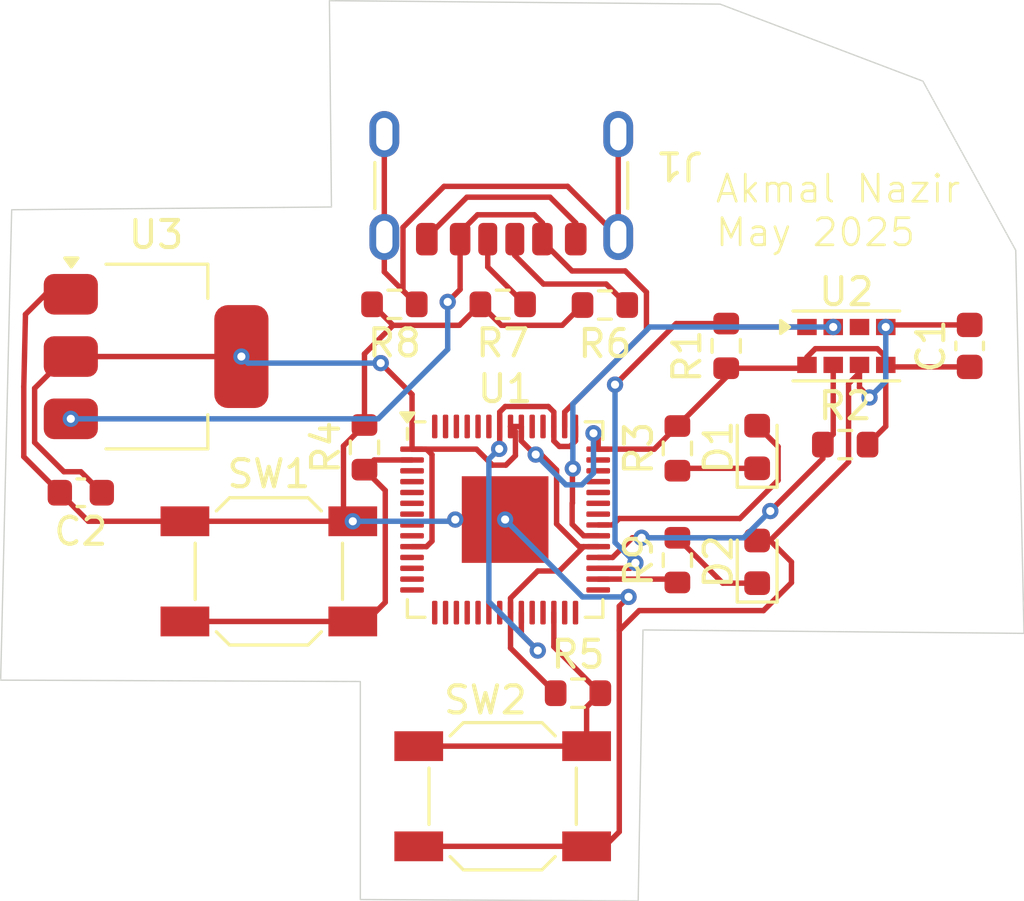
<source format=kicad_pcb>
(kicad_pcb (version 20240108) (generator "pcbnew") (generator_version "8.0")
  (layers (0 "F.Cu" signal) (31 "B.Cu" signal) (34 "B.Paste" user) (35 "F.Paste" user) (36 "B.SilkS" user "B.Silkscreen") (37 "F.SilkS" user "F.Silkscreen") (38 "B.Mask" user) (39 "F.Mask" user) (44 "Edge.Cuts" user))
  (net 0 "")
  (net 1 "GND")
  (net 2 "/+3.3V")
  (net 3 "/LED_STATUS")
  (net 4 "Net-(D1-K)")
  (net 5 "Net-(D2-K)")
  (net 6 "/SHIELD")
  (net 7 "/A12")
  (net 8 "/CC1")
  (net 9 "VBUS")
  (net 10 "/CC2")
  (net 11 "/I2C_SDA")
  (net 12 "/I2C_SCL")
  (net 13 "/BOOTSEL")
  (net 14 "/RUN")
  (net 15 "/IR_OUT")
  (net 23 "/GESTURE_INT")
  (net 39 "/+1.1V")
  (footprint "Resistor_SMD:R_0603_1608Metric" (layer "F.Cu") (at 61.0362 45.1744)
    (property "Reference" "R2" (at 0 -1.43 0) (layer "F.SilkS"))
    (property "Value" "10kΩ" (hide yes))
    (fp_line (start -0.237258 -0.5225) (end 0.237258 -0.5225) (stroke (width 0.12)) (layer "F.SilkS"))
    (fp_line (start -0.237258 0.5225) (end 0.237258 0.5225) (stroke (width 0.12)) (layer "F.SilkS"))
    (pad "1" smd roundrect (at -0.825 0) (size 0.8 0.95) (layers "F.Cu" "F.Paste" "F.Mask") (net 12 "/I2C_SCL"))
    (pad "2" smd roundrect (at 0.825 0) (size 0.8 0.95) (layers "F.Cu" "F.Paste" "F.Mask") (net 2 "/+3.3V"))
  )
  (footprint "Resistor_SMD:R_0603_1608Metric" (layer "F.Cu") (at 56.642 41.529 -90)
    (property "Reference" "R1" (at 0.381 1.4478 90) (layer "F.SilkS"))
    (property "Value" "10kΩ" (hide yes))
    (fp_line (start -0.237258 0.5225) (end 0.237258 0.5225) (stroke (width 0.12)) (layer "F.SilkS"))
    (fp_line (start -0.237258 -0.5225) (end 0.237258 -0.5225) (stroke (width 0.12)) (layer "F.SilkS"))
    (pad "1" smd roundrect (at -0.825 0 270) (size 0.8 0.95) (layers "F.Cu" "F.Paste" "F.Mask") (net 11 "/I2C_SDA"))
    (pad "2" smd roundrect (at 0.825 0 270) (size 0.8 0.95) (layers "F.Cu" "F.Paste" "F.Mask") (net 2 "/+3.3V"))
  )
  (footprint "Capacitor_SMD:C_0603_1608Metric" (layer "F.Cu") (at 65.6336 41.5292 90)
    (property "Reference" "C1" (at 0 -1.43 90) (layer "F.SilkS"))
    (property "Value" "0.1uF" (hide yes))
    (fp_line (start -0.14058 -0.51) (end 0.14058 -0.51) (stroke (width 0.12)) (layer "F.SilkS"))
    (fp_line (start -0.14058 0.51) (end 0.14058 0.51) (stroke (width 0.12)) (layer "F.SilkS"))
    (pad "1" smd roundrect (at -0.775 0 90) (size 0.9 0.95) (layers "F.Cu" "F.Paste" "F.Mask") (net 2 "/+3.3V"))
    (pad "2" smd roundrect (at 0.775 0 90) (size 0.9 0.95) (layers "F.Cu" "F.Paste" "F.Mask") (net 1 "GND"))
  )
  (footprint "Resistor_SMD:R_0603_1608Metric" (layer "F.Cu") (at 48.3878 39.9936 180)
    (property "Reference" "R7" (at 0 -1.43 360) (layer "F.SilkS"))
    (property "Value" "5.1kΩ" (hide yes))
    (fp_line (start -0.237258 0.5225) (end 0.237258 0.5225) (stroke (width 0.12)) (layer "F.SilkS"))
    (fp_line (start -0.237258 -0.5225) (end 0.237258 -0.5225) (stroke (width 0.12)) (layer "F.SilkS"))
    (pad "1" smd roundrect (at -0.825 0 180) (size 0.8 0.95) (layers "F.Cu" "F.Paste" "F.Mask") (net 10 "/CC2"))
    (pad "2" smd roundrect (at 0.825 0 180) (size 0.8 0.95) (layers "F.Cu" "F.Paste" "F.Mask") (net 1 "GND"))
  )
  (footprint "Sensor:Avago_APDS-9960" (layer "F.Cu") (at 61.0798 41.531)
    (property "Reference" "U2" (at 0 -2 0) (layer "F.SilkS"))
    (property "Value" "APDS-9960" (hide yes))
    (fp_line (start -1.97 -1.29) (end 1.97 -1.29) (stroke (width 0.12)) (layer "F.SilkS"))
    (fp_line (start -1.97 1.29) (end 1.97 1.29) (stroke (width 0.12)) (layer "F.SilkS"))
    (fp_poly (pts (xy -2.1 -0.7) (xy -2.43 -0.46) (xy -2.43 -0.94) (xy -2.1 -0.7)) (stroke (width 0.12)) (fill solid) (layer "F.SilkS"))
    (pad "1" smd rect (at -1.455 -0.7) (size 0.72 0.6) (layers "F.Cu" "F.Paste" "F.Mask") (net 11 "/I2C_SDA"))
    (pad "2" smd rect (at -0.485 -0.7) (size 0.72 0.6) (layers "F.Cu" "F.Paste" "F.Mask") (net 23 "/GESTURE_INT"))
    (pad "3" smd rect (at 0.485 -0.7) (size 0.72 0.6) (layers "F.Cu" "F.Paste" "F.Mask"))
    (pad "4" smd rect (at 1.455 -0.7) (size 0.72 0.6) (layers "F.Cu" "F.Paste" "F.Mask") (net 1 "GND"))
    (pad "5" smd rect (at 1.455 0.7) (size 0.72 0.6) (layers "F.Cu" "F.Paste" "F.Mask") (net 2 "/+3.3V"))
    (pad "6" smd rect (at 0.485 0.7) (size 0.72 0.6) (layers "F.Cu" "F.Paste" "F.Mask") (net 1 "GND"))
    (pad "7" smd rect (at -0.485 0.7) (size 0.72 0.6) (layers "F.Cu" "F.Paste" "F.Mask") (net 12 "/I2C_SCL"))
    (pad "8" smd rect (at -1.455 0.7) (size 0.72 0.6) (layers "F.Cu" "F.Paste" "F.Mask") (net 2 "/+3.3V"))
  )
  (footprint "Package_TO_SOT_SMD:SOT-223-3_TabPin2" (layer "F.Cu") (at 35.5854 41.9221)
    (property "Reference" "U3" (at 0 -4.5 0) (layer "F.SilkS"))
    (property "Value" "AMS1117-3.3" (hide yes))
    (fp_line (start -1.85 -3.41) (end 1.91 -3.41) (stroke (width 0.12)) (layer "F.SilkS"))
    (fp_line (start -1.85 3.41) (end 1.91 3.41) (stroke (width 0.12)) (layer "F.SilkS"))
    (fp_line (start 1.91 -3.41) (end 1.91 -2.15) (stroke (width 0.12)) (layer "F.SilkS"))
    (fp_line (start 1.91 3.41) (end 1.91 2.15) (stroke (width 0.12)) (layer "F.SilkS"))
    (fp_poly (pts (xy -3.13 -3.31) (xy -3.37 -3.64) (xy -2.89 -3.64) (xy -3.13 -3.31)) (stroke (width 0.12)) (fill solid) (layer "F.SilkS"))
    (pad "1" smd roundrect (at -3.15 -2.3) (size 2 1.5) (layers "F.Cu" "F.Paste" "F.Mask") (net 1 "GND"))
    (pad "2" smd roundrect (at -3.15 0) (size 2 1.5) (layers "F.Cu" "F.Paste" "F.Mask") (net 2 "/+3.3V"))
    (pad "2" smd roundrect (at 3.15 0) (size 2 3.8) (layers "F.Cu" "F.Paste" "F.Mask") (net 2 "/+3.3V"))
    (pad "3" smd roundrect (at -3.15 2.3) (size 2 1.5) (layers "F.Cu" "F.Paste" "F.Mask") (net 9 "VBUS"))
  )
  (footprint "Package_DFN_QFN:QFN-56-1EP_7x7mm_P0.4mm_EP3.2x3.2mm" (layer "F.Cu") (at 48.476 47.9424)
    (property "Reference" "U1" (at 0 -4.83 0) (layer "F.SilkS"))
    (property "Value" "RP2040" (hide yes))
    (fp_line (start -3.61 -2.96) (end -3.61 -3.37) (stroke (width 0.12)) (layer "F.SilkS"))
    (fp_line (start -3.61 3.61) (end -3.61 2.96) (stroke (width 0.12)) (layer "F.SilkS"))
    (fp_line (start -2.96 -3.61) (end -3.31 -3.61) (stroke (width 0.12)) (layer "F.SilkS"))
    (fp_line (start -2.96 3.61) (end -3.61 3.61) (stroke (width 0.12)) (layer "F.SilkS"))
    (fp_line (start 2.96 -3.61) (end 3.61 -3.61) (stroke (width 0.12)) (layer "F.SilkS"))
    (fp_line (start 2.96 3.61) (end 3.61 3.61) (stroke (width 0.12)) (layer "F.SilkS"))
    (fp_line (start 3.61 -3.61) (end 3.61 -2.96) (stroke (width 0.12)) (layer "F.SilkS"))
    (fp_line (start 3.61 3.61) (end 3.61 2.96) (stroke (width 0.12)) (layer "F.SilkS"))
    (fp_poly (pts (xy -3.61 -3.61) (xy -3.85 -3.94) (xy -3.37 -3.94) (xy -3.61 -3.61)) (stroke (width 0.12)) (fill solid) (layer "F.SilkS"))
    (pad "1" smd roundrect (at -3.4375 -2.6) (size 0.875 0.2) (layers "F.Cu" "F.Paste" "F.Mask") (net 2 "/+3.3V"))
    (pad "2" smd roundrect (at -3.4375 -2.2) (size 0.875 0.2) (layers "F.Cu" "F.Paste" "F.Mask") (net 13 "/BOOTSEL"))
    (pad "3" smd roundrect (at -3.4375 -1.8) (size 0.875 0.2) (layers "F.Cu" "F.Paste" "F.Mask"))
    (pad "4" smd roundrect (at -3.4375 -1.4) (size 0.875 0.2) (layers "F.Cu" "F.Paste" "F.Mask"))
    (pad "5" smd roundrect (at -3.4375 -1) (size 0.875 0.2) (layers "F.Cu" "F.Paste" "F.Mask"))
    (pad "6" smd roundrect (at -3.4375 -0.6) (size 0.875 0.2) (layers "F.Cu" "F.Paste" "F.Mask"))
    (pad "7" smd roundrect (at -3.4375 -0.2) (size 0.875 0.2) (layers "F.Cu" "F.Paste" "F.Mask"))
    (pad "8" smd roundrect (at -3.4375 0.2) (size 0.875 0.2) (layers "F.Cu" "F.Paste" "F.Mask"))
    (pad "9" smd roundrect (at -3.4375 0.6) (size 0.875 0.2) (layers "F.Cu" "F.Paste" "F.Mask"))
    (pad "10" smd roundrect (at -3.4375 1) (size 0.875 0.2) (layers "F.Cu" "F.Paste" "F.Mask") (net 2 "/+3.3V"))
    (pad "11" smd roundrect (at -3.4375 1.4) (size 0.875 0.2) (layers "F.Cu" "F.Paste" "F.Mask"))
    (pad "12" smd roundrect (at -3.4375 1.8) (size 0.875 0.2) (layers "F.Cu" "F.Paste" "F.Mask"))
    (pad "13" smd roundrect (at -3.4375 2.2) (size 0.875 0.2) (layers "F.Cu" "F.Paste" "F.Mask"))
    (pad "14" smd roundrect (at -3.4375 2.6) (size 0.875 0.2) (layers "F.Cu" "F.Paste" "F.Mask"))
    (pad "15" smd roundrect (at -2.6 3.4375) (size 0.2 0.875) (layers "F.Cu" "F.Paste" "F.Mask"))
    (pad "16" smd roundrect (at -2.2 3.4375) (size 0.2 0.875) (layers "F.Cu" "F.Paste" "F.Mask"))
    (pad "17" smd roundrect (at -1.8 3.4375) (size 0.2 0.875) (layers "F.Cu" "F.Paste" "F.Mask"))
    (pad "18" smd roundrect (at -1.4 3.4375) (size 0.2 0.875) (layers "F.Cu" "F.Paste" "F.Mask"))
    (pad "19" smd roundrect (at -1 3.4375) (size 0.2 0.875) (layers "F.Cu" "F.Paste" "F.Mask"))
    (pad "20" smd roundrect (at -0.6 3.4375) (size 0.2 0.875) (layers "F.Cu" "F.Paste" "F.Mask"))
    (pad "21" smd roundrect (at -0.2 3.4375) (size 0.2 0.875) (layers "F.Cu" "F.Paste" "F.Mask"))
    (pad "22" smd roundrect (at 0.2 3.4375) (size 0.2 0.875) (layers "F.Cu" "F.Paste" "F.Mask") (net 2 "/+3.3V"))
    (pad "23" smd roundrect (at 0.6 3.4375) (size 0.2 0.875) (layers "F.Cu" "F.Paste" "F.Mask") (net 39 "/+1.1V"))
    (pad "24" smd roundrect (at 1 3.4375) (size 0.2 0.875) (layers "F.Cu" "F.Paste" "F.Mask"))
    (pad "25" smd roundrect (at 1.4 3.4375) (size 0.2 0.875) (layers "F.Cu" "F.Paste" "F.Mask"))
    (pad "26" smd roundrect (at 1.8 3.4375) (size 0.2 0.875) (layers "F.Cu" "F.Paste" "F.Mask") (net 14 "/RUN"))
    (pad "27" smd roundrect (at 2.2 3.4375) (size 0.2 0.875) (layers "F.Cu" "F.Paste" "F.Mask"))
    (pad "28" smd roundrect (at 2.6 3.4375) (size 0.2 0.875) (layers "F.Cu" "F.Paste" "F.Mask"))
    (pad "29" smd roundrect (at 3.4375 2.6) (size 0.875 0.2) (layers "F.Cu" "F.Paste" "F.Mask"))
    (pad "30" smd roundrect (at 3.4375 2.2) (size 0.875 0.2) (layers "F.Cu" "F.Paste" "F.Mask") (net 15 "/IR_OUT"))
    (pad "31" smd roundrect (at 3.4375 1.8) (size 0.875 0.2) (layers "F.Cu" "F.Paste" "F.Mask") (net 11 "/I2C_SDA"))
    (pad "32" smd roundrect (at 3.4375 1.4) (size 0.875 0.2) (layers "F.Cu" "F.Paste" "F.Mask") (net 12 "/I2C_SCL"))
    (pad "33" smd roundrect (at 3.4375 1) (size 0.875 0.2) (layers "F.Cu" "F.Paste" "F.Mask") (net 2 "/+3.3V"))
    (pad "34" smd roundrect (at 3.4375 0.6) (size 0.875 0.2) (layers "F.Cu" "F.Paste" "F.Mask") (net 23 "/GESTURE_INT"))
    (pad "35" smd roundrect (at 3.4375 0.2) (size 0.875 0.2) (layers "F.Cu" "F.Paste" "F.Mask") (net 3 "/LED_STATUS"))
    (pad "36" smd roundrect (at 3.4375 -0.2) (size 0.875 0.2) (layers "F.Cu" "F.Paste" "F.Mask"))
    (pad "37" smd roundrect (at 3.4375 -0.6) (size 0.875 0.2) (layers "F.Cu" "F.Paste" "F.Mask"))
    (pad "38" smd roundrect (at 3.4375 -1) (size 0.875 0.2) (layers "F.Cu" "F.Paste" "F.Mask"))
    (pad "39" smd roundrect (at 3.4375 -1.4) (size 0.875 0.2) (layers "F.Cu" "F.Paste" "F.Mask"))
    (pad "40" smd roundrect (at 3.4375 -1.8) (size 0.875 0.2) (layers "F.Cu" "F.Paste" "F.Mask"))
    (pad "41" smd roundrect (at 3.4375 -2.2) (size 0.875 0.2) (layers "F.Cu" "F.Paste" "F.Mask"))
    (pad "42" smd roundrect (at 3.4375 -2.6) (size 0.875 0.2) (layers "F.Cu" "F.Paste" "F.Mask") (net 2 "/+3.3V"))
    (pad "43" smd roundrect (at 2.6 -3.4375) (size 0.2 0.875) (layers "F.Cu" "F.Paste" "F.Mask") (net 39 "/+1.1V"))
    (pad "44" smd roundrect (at 2.2 -3.4375) (size 0.2 0.875) (layers "F.Cu" "F.Paste" "F.Mask") (net 9 "VBUS"))
    (pad "45" smd roundrect (at 1.8 -3.4375) (size 0.2 0.875) (layers "F.Cu" "F.Paste" "F.Mask") (net 39 "/+1.1V"))
    (pad "46" smd roundrect (at 1.4 -3.4375) (size 0.2 0.875) (layers "F.Cu" "F.Paste" "F.Mask"))
    (pad "47" smd roundrect (at 1 -3.4375) (size 0.2 0.875) (layers "F.Cu" "F.Paste" "F.Mask"))
    (pad "48" smd roundrect (at 0.6 -3.4375) (size 0.2 0.875) (layers "F.Cu" "F.Paste" "F.Mask") (net 2 "/+3.3V"))
    (pad "49" smd roundrect (at 0.2 -3.4375) (size 0.2 0.875) (layers "F.Cu" "F.Paste" "F.Mask") (net 2 "/+3.3V"))
    (pad "50" smd roundrect (at -0.2 -3.4375) (size 0.2 0.875) (layers "F.Cu" "F.Paste" "F.Mask") (net 39 "/+1.1V"))
    (pad "51" smd roundrect (at -0.6 -3.4375) (size 0.2 0.875) (layers "F.Cu" "F.Paste" "F.Mask"))
    (pad "52" smd roundrect (at -1 -3.4375) (size 0.2 0.875) (layers "F.Cu" "F.Paste" "F.Mask"))
    (pad "53" smd roundrect (at -1.4 -3.4375) (size 0.2 0.875) (layers "F.Cu" "F.Paste" "F.Mask"))
    (pad "54" smd roundrect (at -1.8 -3.4375) (size 0.2 0.875) (layers "F.Cu" "F.Paste" "F.Mask"))
    (pad "55" smd roundrect (at -2.2 -3.4375) (size 0.2 0.875) (layers "F.Cu" "F.Paste" "F.Mask"))
    (pad "56" smd roundrect (at -2.6 -3.4375) (size 0.2 0.875) (layers "F.Cu" "F.Paste" "F.Mask"))
    (pad "57" smd rect (at 0 0) (size 3.2 3.2) (property pad_prop_heatsink) (layers "F.Cu" "F.Mask") (net 1 "GND"))
  )
  (footprint "Button_Switch_SMD:SW_SPST_SKQG_WithStem" (layer "F.Cu") (at 39.7498 49.856)
    (property "Reference" "SW1" (at 0 -3.6 0) (layer "F.SilkS"))
    (property "Value" "SW_Push" (hide yes))
    (fp_line (start -2.72 1.04) (end -2.72 -1.04) (stroke (width 0.12)) (layer "F.SilkS"))
    (fp_line (start -1.45 -2.72) (end -1.94 -2.23) (stroke (width 0.12)) (layer "F.SilkS"))
    (fp_line (start -1.45 -2.72) (end 1.45 -2.72) (stroke (width 0.12)) (layer "F.SilkS"))
    (fp_line (start -1.45 2.72) (end -1.94 2.23) (stroke (width 0.12)) (layer "F.SilkS"))
    (fp_line (start -1.45 2.72) (end 1.45 2.72) (stroke (width 0.12)) (layer "F.SilkS"))
    (fp_line (start 1.45 -2.72) (end 1.94 -2.23) (stroke (width 0.12)) (layer "F.SilkS"))
    (fp_line (start 1.45 2.72) (end 1.94 2.23) (stroke (width 0.12)) (layer "F.SilkS"))
    (fp_line (start 2.72 1.04) (end 2.72 -1.04) (stroke (width 0.12)) (layer "F.SilkS"))
    (pad "1" smd rect (at -3.1 -1.85) (size 1.8 1.1) (layers "F.Cu" "F.Paste" "F.Mask") (net 1 "GND"))
    (pad "1" smd rect (at 3.1 -1.85) (size 1.8 1.1) (layers "F.Cu" "F.Paste" "F.Mask") (net 1 "GND"))
    (pad "2" smd rect (at -3.1 1.85) (size 1.8 1.1) (layers "F.Cu" "F.Paste" "F.Mask") (net 13 "/BOOTSEL"))
    (pad "2" smd rect (at 3.1 1.85) (size 1.8 1.1) (layers "F.Cu" "F.Paste" "F.Mask") (net 13 "/BOOTSEL"))
  )
  (footprint "Resistor_SMD:R_0603_1608Metric" (layer "F.Cu") (at 43.2816 45.275 90)
    (property "Reference" "R4" (at 0 -1.43 90) (layer "F.SilkS"))
    (property "Value" "10kΩ" (hide yes))
    (fp_line (start -0.237258 -0.5225) (end 0.237258 -0.5225) (stroke (width 0.12)) (layer "F.SilkS"))
    (fp_line (start -0.237258 0.5225) (end 0.237258 0.5225) (stroke (width 0.12)) (layer "F.SilkS"))
    (pad "1" smd roundrect (at -0.825 0 90) (size 0.8 0.95) (layers "F.Cu" "F.Paste" "F.Mask") (net 13 "/BOOTSEL"))
    (pad "2" smd roundrect (at 0.825 0 90) (size 0.8 0.95) (layers "F.Cu" "F.Paste" "F.Mask") (net 1 "GND"))
  )
  (footprint "Resistor_SMD:R_0603_1608Metric" (layer "F.Cu") (at 54.8386 45.3136 90)
    (property "Reference" "R3" (at 0 -1.43 90) (layer "F.SilkS"))
    (property "Value" "330Ω" (hide yes))
    (fp_line (start -0.237258 -0.5225) (end 0.237258 -0.5225) (stroke (width 0.12)) (layer "F.SilkS"))
    (fp_line (start -0.237258 0.5225) (end 0.237258 0.5225) (stroke (width 0.12)) (layer "F.SilkS"))
    (pad "1" smd roundrect (at -0.825 0 90) (size 0.8 0.95) (layers "F.Cu" "F.Paste" "F.Mask") (net 4 "Net-(D1-K)"))
    (pad "2" smd roundrect (at 0.825 0 90) (size 0.8 0.95) (layers "F.Cu" "F.Paste" "F.Mask") (net 2 "/+3.3V"))
  )
  (footprint "Resistor_SMD:R_0603_1608Metric" (layer "F.Cu") (at 54.8386 49.4416 90)
    (property "Reference" "R9" (at 0 -1.43 90) (layer "F.SilkS"))
    (property "Value" "100Ω" (hide yes))
    (fp_line (start -0.237258 -0.5225) (end 0.237258 -0.5225) (stroke (width 0.12)) (layer "F.SilkS"))
    (fp_line (start -0.237258 0.5225) (end 0.237258 0.5225) (stroke (width 0.12)) (layer "F.SilkS"))
    (pad "1" smd roundrect (at -0.825 0 90) (size 0.8 0.95) (layers "F.Cu" "F.Paste" "F.Mask") (net 15 "/IR_OUT"))
    (pad "2" smd roundrect (at 0.825 0 90) (size 0.8 0.95) (layers "F.Cu" "F.Paste" "F.Mask") (net 5 "Net-(D2-K)"))
  )
  (footprint "Resistor_SMD:R_0603_1608Metric" (layer "F.Cu") (at 52.1602 40.019 180)
    (property "Reference" "R6" (at 0 -1.43 360) (layer "F.SilkS"))
    (property "Value" "5.1kΩ" (hide yes))
    (fp_line (start -0.237258 0.5225) (end 0.237258 0.5225) (stroke (width 0.12)) (layer "F.SilkS"))
    (fp_line (start -0.237258 -0.5225) (end 0.237258 -0.5225) (stroke (width 0.12)) (layer "F.SilkS"))
    (pad "1" smd roundrect (at -0.825 0 180) (size 0.8 0.95) (layers "F.Cu" "F.Paste" "F.Mask") (net 8 "/CC1"))
    (pad "2" smd roundrect (at 0.825 0 180) (size 0.8 0.95) (layers "F.Cu" "F.Paste" "F.Mask") (net 1 "GND"))
  )
  (footprint "Resistor_SMD:R_0603_1608Metric" (layer "F.Cu") (at 44.3868 39.9936 180)
    (property "Reference" "R8" (at 0 -1.43 360) (layer "F.SilkS"))
    (property "Value" "0Ω" (hide yes))
    (fp_line (start -0.237258 0.5225) (end 0.237258 0.5225) (stroke (width 0.12)) (layer "F.SilkS"))
    (fp_line (start -0.237258 -0.5225) (end 0.237258 -0.5225) (stroke (width 0.12)) (layer "F.SilkS"))
    (pad "1" smd roundrect (at -0.825 0 180) (size 0.8 0.95) (layers "F.Cu" "F.Paste" "F.Mask") (net 6 "/SHIELD"))
    (pad "2" smd roundrect (at 0.825 0 180) (size 0.8 0.95) (layers "F.Cu" "F.Paste" "F.Mask") (net 1 "GND"))
  )
  (footprint "Diode_SMD:D_0603_1608Metric" (layer "F.Cu") (at 57.785 49.5045 90)
    (property "Reference" "D2" (at 0 -1.43 90) (layer "F.SilkS"))
    (property "Value" "D" (hide yes))
    (fp_line (start 0.8 -0.735) (end -1.485 -0.735) (stroke (width 0.12)) (layer "F.SilkS"))
    (fp_line (start -1.485 -0.735) (end -1.485 0.735) (stroke (width 0.12)) (layer "F.SilkS"))
    (fp_line (start -1.485 0.735) (end 0.8 0.735) (stroke (width 0.12)) (layer "F.SilkS"))
    (pad "1" smd roundrect (at -0.7875 0 90) (size 0.875 0.95) (layers "F.Cu" "F.Paste" "F.Mask") (net 5 "Net-(D2-K)"))
    (pad "2" smd roundrect (at 0.7875 0 90) (size 0.875 0.95) (layers "F.Cu" "F.Paste" "F.Mask") (net 1 "GND"))
  )
  (footprint "Diode_SMD:D_0603_1608Metric" (layer "F.Cu") (at 57.785 45.2629 90)
    (property "Reference" "D1" (at 0 -1.43 90) (layer "F.SilkS"))
    (property "Value" "D" (hide yes))
    (fp_line (start 0.8 -0.735) (end -1.485 -0.735) (stroke (width 0.12)) (layer "F.SilkS"))
    (fp_line (start -1.485 -0.735) (end -1.485 0.735) (stroke (width 0.12)) (layer "F.SilkS"))
    (fp_line (start -1.485 0.735) (end 0.8 0.735) (stroke (width 0.12)) (layer "F.SilkS"))
    (pad "1" smd roundrect (at -0.7875 0 90) (size 0.875 0.95) (layers "F.Cu" "F.Paste" "F.Mask") (net 4 "Net-(D1-K)"))
    (pad "2" smd roundrect (at 0.7875 0 90) (size 0.875 0.95) (layers "F.Cu" "F.Paste" "F.Mask") (net 3 "/LED_STATUS"))
  )
  (footprint "Connector_USB:USB_C_Receptacle_GCT_USB4125-xx-x-0190_6P_TopMnt_Horizontal" (layer "F.Cu") (at 48.3342 34.5058 180)
    (property "Reference" "J1" (at -6.5806 -0.3684 180) (layer "F.SilkS"))
    (property "Value" "USB_C_Receptacle_PowerOnly_6P" (hide yes))
    (fp_line (start 4.67 -0.25) (end 4.67 -1.95) (stroke (width 0.12)) (layer "F.SilkS"))
    (fp_line (start -4.67 -0.25) (end -4.67 -1.95) (stroke (width 0.12)) (layer "F.SilkS"))
    (pad "A5" smd roundrect (at -0.5 -3.08 180) (size 0.7 1.2) (layers "F.Cu" "F.Paste" "F.Mask") (net 8 "/CC1"))
    (pad "A9" smd roundrect (at 1.52 -3.08) (size 0.76 1.2) (layers "F.Cu" "F.Paste" "F.Mask") (net 9 "VBUS"))
    (pad "A12" smd roundrect (at 2.75 -3.08) (size 0.8 1.2) (layers "F.Cu" "F.Paste" "F.Mask") (net 7 "/A12"))
    (pad "B5" smd roundrect (at 0.5 -3.08) (size 0.7 1.2) (layers "F.Cu" "F.Paste" "F.Mask") (net 10 "/CC2"))
    (pad "B9" smd roundrect (at -1.52 -3.08 180) (size 0.76 1.2) (layers "F.Cu" "F.Paste" "F.Mask") (net 9 "VBUS"))
    (pad "B12" smd roundrect (at -2.75 -3.08 180) (size 0.8 1.2) (layers "F.Cu" "F.Paste" "F.Mask") (net 7 "/A12"))
    (pad "S1" thru_hole oval (at -4.32 -3 180) (size 1.1 1.7) (drill oval 0.6 1.2) (layers "*.Cu" "*.Mask" "F.Paste") (net 6 "/SHIELD"))
    (pad "S1" thru_hole oval (at -4.32 0.8 180) (size 1.1 1.7) (drill oval 0.6 1.2) (layers "*.Cu" "*.Mask" "F.Paste") (net 6 "/SHIELD"))
    (pad "S1" thru_hole oval (at 4.32 -3 180) (size 1.1 1.7) (drill oval 0.6 1.2) (layers "*.Cu" "*.Mask" "F.Paste") (net 6 "/SHIELD"))
    (pad "S1" thru_hole oval (at 4.32 0.8 180) (size 1.1 1.7) (drill oval 0.6 1.2) (layers "*.Cu" "*.Mask" "F.Paste") (net 6 "/SHIELD"))
  )
  (footprint "Capacitor_SMD:C_0603_1608Metric" (layer "F.Cu") (at 32.8048 46.9513 180)
    (property "Reference" "C2" (at 0 -1.43 360) (layer "F.SilkS"))
    (property "Value" "10uF" (hide yes))
    (fp_line (start -0.14058 0.51) (end 0.14058 0.51) (stroke (width 0.12)) (layer "F.SilkS"))
    (fp_line (start -0.14058 -0.51) (end 0.14058 -0.51) (stroke (width 0.12)) (layer "F.SilkS"))
    (pad "1" smd roundrect (at -0.775 0 180) (size 0.9 0.95) (layers "F.Cu" "F.Paste" "F.Mask") (net 2 "/+3.3V"))
    (pad "2" smd roundrect (at 0.775 0 180) (size 0.9 0.95) (layers "F.Cu" "F.Paste" "F.Mask") (net 1 "GND"))
  )
  (footprint "Resistor_SMD:R_0603_1608Metric" (layer "F.Cu") (at 51.1678 54.356)
    (property "Reference" "R5" (at 0 -1.43 0) (layer "F.SilkS"))
    (property "Value" "10kΩ" (hide yes))
    (fp_line (start -0.237258 -0.5225) (end 0.237258 -0.5225) (stroke (width 0.12)) (layer "F.SilkS"))
    (fp_line (start -0.237258 0.5225) (end 0.237258 0.5225) (stroke (width 0.12)) (layer "F.SilkS"))
    (pad "1" smd roundrect (at -0.825 0) (size 0.8 0.95) (layers "F.Cu" "F.Paste" "F.Mask") (net 2 "/+3.3V"))
    (pad "2" smd roundrect (at 0.825 0) (size 0.8 0.95) (layers "F.Cu" "F.Paste" "F.Mask") (net 14 "/RUN"))
  )
  (footprint "Button_Switch_SMD:SW_SPST_SKQG_WithStem" (layer "F.Cu") (at 48.3858 58.1618)
    (property "Reference" "SW2" (at -0.6362 -3.5518 0) (layer "F.SilkS"))
    (property "Value" "SW_Push" (hide yes))
    (fp_line (start -2.72 1.04) (end -2.72 -1.04) (stroke (width 0.12)) (layer "F.SilkS"))
    (fp_line (start -1.45 -2.72) (end -1.94 -2.23) (stroke (width 0.12)) (layer "F.SilkS"))
    (fp_line (start -1.45 -2.72) (end 1.45 -2.72) (stroke (width 0.12)) (layer "F.SilkS"))
    (fp_line (start -1.45 2.72) (end -1.94 2.23) (stroke (width 0.12)) (layer "F.SilkS"))
    (fp_line (start -1.45 2.72) (end 1.45 2.72) (stroke (width 0.12)) (layer "F.SilkS"))
    (fp_line (start 1.45 -2.72) (end 1.94 -2.23) (stroke (width 0.12)) (layer "F.SilkS"))
    (fp_line (start 1.45 2.72) (end 1.94 2.23) (stroke (width 0.12)) (layer "F.SilkS"))
    (fp_line (start 2.72 1.04) (end 2.72 -1.04) (stroke (width 0.12)) (layer "F.SilkS"))
    (pad "1" smd rect (at -3.1 -1.85) (size 1.8 1.1) (layers "F.Cu" "F.Paste" "F.Mask") (net 14 "/RUN"))
    (pad "1" smd rect (at 3.1 -1.85) (size 1.8 1.1) (layers "F.Cu" "F.Paste" "F.Mask") (net 14 "/RUN"))
    (pad "2" smd rect (at -3.1 1.85) (size 1.8 1.1) (layers "F.Cu" "F.Paste" "F.Mask") (net 1 "GND"))
    (pad "2" smd rect (at 3.1 1.85) (size 1.8 1.1) (layers "F.Cu" "F.Paste" "F.Mask") (net 1 "GND"))
  )
  (gr_poly (pts (xy 41.9862 28.7782) (xy 56.4134 28.9052) (xy 63.9064 31.75) (xy 67.3354 37.9984) (xy 67.6402 52.1462) (xy 53.5686 52.0192) (xy 53.3908 62.0268) (xy 43.1292 61.976) (xy 43.1292 53.9242) (xy 29.845 53.8734) (xy 30.2514 36.4998) (xy 42.0624 36.3982) (xy 41.9862 28.7782)) (stroke (width 0.05)) (fill none) (layer "Edge.Cuts"))
  (gr_text "Akmal Nazir\nMay 2025" (at 56.1848 37.9222 0) (layer "F.SilkS") (effects (font (size 1 1) (thickness 0.1)) (justify left bottom)))
  (segment (start 46.7878 40.7686) (end 44.3368 40.7686) (width 0.2) (layer "F.Cu") (net 1))
  (segment (start 30.698609 43.038655) (end 30.698609 45.620109) (width 0.2) (layer "F.Cu") (net 1))
  (segment (start 52.6928 52.037726) (end 52.6928 59.4736) (width 0.2) (layer "F.Cu") (net 1))
  (segment (start 61.5648 42.231) (end 61.5648 43.064) (width 0.2) (layer "F.Cu") (net 1))
  (segment (start 48.3378 40.7686) (end 47.5628 39.9936) (width 0.2) (layer "F.Cu") (net 1))
  (segment (start 36.6498 48.006) (end 42.8498 48.006) (width 0.2) (layer "F.Cu") (net 1))
  (segment (start 53.425888 51.304638) (end 52.6928 52.037726) (width 0.2) (layer "F.Cu") (net 1))
  (segment (start 52.6928 51.1424) (end 53.0352 50.8) (width 0.2) (layer "F.Cu") (net 1))
  (segment (start 44.3368 40.7686) (end 43.5618 39.9936) (width 0.2) (layer "F.Cu") (net 1))
  (segment (start 30.698609 45.620109) (end 32.0298 46.9513) (width 0.2) (layer "F.Cu") (net 1))
  (segment (start 42.5066 45.225) (end 43.2816 44.45) (width 0.2) (layer "F.Cu") (net 1))
  (segment (start 30.761183 40.363611) (end 30.698609 43.038655) (width 0.2) (layer "F.Cu") (net 1))
  (segment (start 52.6928 59.4736) (end 52.1546 60.0118) (width 0.2) (layer "F.Cu") (net 1))
  (segment (start 61.1612 42.928) (end 61.5648 42.5244) (width 0.2) (layer "F.Cu") (net 1))
  (segment (start 50.5856 40.7686) (end 48.3378 40.7686) (width 0.2) (layer "F.Cu") (net 1))
  (segment (start 42.8498 48.006) (end 42.5066 47.6628) (width 0.2) (layer "F.Cu") (net 1))
  (segment (start 57.785 48.717) (end 58.259999 48.717) (width 0.2) (layer "F.Cu") (net 1))
  (segment (start 61.5648 43.064) (end 61.9348 43.434) (width 0.2) (layer "F.Cu") (net 1))
  (segment (start 65.6336 40.7542) (end 62.6116 40.7542) (width 0.2) (layer "F.Cu") (net 1))
  (segment (start 47.5628 39.9936) (end 46.7878 40.7686) (width 0.2) (layer "F.Cu") (net 1))
  (segment (start 59.051623 50.27366) (end 58.020645 51.304638) (width 0.2) (layer "F.Cu") (net 1))
  (segment (start 62.6116 40.7542) (end 62.5348 40.831) (width 0.2) (layer "F.Cu") (net 1))
  (segment (start 51.3352 40.019) (end 50.5856 40.7686) (width 0.2) (layer "F.Cu") (net 1))
  (segment (start 61.5648 42.5244) (end 61.5648 42.231) (width 0.2) (layer "F.Cu") (net 1))
  (segment (start 51.4858 60.0118) (end 45.2858 60.0118) (width 0.2) (layer "F.Cu") (net 1))
  (segment (start 31.502694 39.6221) (end 30.761183 40.363611) (width 0.2) (layer "F.Cu") (net 1))
  (segment (start 36.6498 48.006) (end 33.0845 48.006) (width 0.2) (layer "F.Cu") (net 1))
  (segment (start 58.259999 48.717) (end 61.1612 45.815799) (width 0.2) (layer "F.Cu") (net 1))
  (segment (start 58.259999 48.717) (end 59.051623 49.508624) (width 0.2) (layer "F.Cu") (net 1))
  (segment (start 59.051623 49.508624) (end 59.051623 50.27366) (width 0.2) (layer "F.Cu") (net 1))
  (segment (start 52.6928 52.037726) (end 52.6928 51.1424) (width 0.2) (layer "F.Cu") (net 1))
  (segment (start 52.1546 60.0118) (end 51.4858 60.0118) (width 0.2) (layer "F.Cu") (net 1))
  (segment (start 46.6344 47.9424) (end 48.476 47.9424) (width 0.2) (layer "F.Cu") (net 1))
  (segment (start 43.2816 41.8238) (end 43.2816 44.45) (width 0.2) (layer "F.Cu") (net 1))
  (segment (start 61.1612 45.815799) (end 61.1612 42.928) (width 0.2) (layer "F.Cu") (net 1))
  (segment (start 32.4354 39.6221) (end 31.502694 39.6221) (width 0.2) (layer "F.Cu") (net 1))
  (segment (start 33.0845 48.006) (end 32.0298 46.9513) (width 0.2) (layer "F.Cu") (net 1))
  (segment (start 58.020645 51.304638) (end 53.425888 51.304638) (width 0.2) (layer "F.Cu") (net 1))
  (segment (start 44.3368 40.7686) (end 43.2816 41.8238) (width 0.2) (layer "F.Cu") (net 1))
  (segment (start 42.5066 47.6628) (end 42.5066 45.225) (width 0.2) (layer "F.Cu") (net 1))
  (via (at 62.5348 40.831) (size 0.6) (drill 0.3) (layers "F.Cu" "B.Cu") (net 1))
  (via (at 46.6344 47.9424) (size 0.6) (drill 0.3) (layers "F.Cu" "B.Cu") (net 1))
  (via (at 42.8498 48.006) (size 0.6) (drill 0.3) (layers "F.Cu" "B.Cu") (net 1))
  (via (at 48.476 47.9424) (size 0.6) (drill 0.3) (layers "F.Cu" "B.Cu") (net 1))
  (via (at 53.0352 50.8) (size 0.6) (drill 0.3) (layers "F.Cu" "B.Cu") (net 1))
  (via (at 61.9348 43.434) (size 0.6) (drill 0.3) (layers "F.Cu" "B.Cu") (net 1))
  (segment (start 62.5348 42.834) (end 62.5348 40.831) (width 0.2) (layer "B.Cu") (net 1))
  (segment (start 46.5708 48.006) (end 42.8498 48.006) (width 0.2) (layer "B.Cu") (net 1))
  (segment (start 51.3336 50.8) (end 48.476 47.9424) (width 0.2) (layer "B.Cu") (net 1))
  (segment (start 53.0352 50.8) (end 51.3336 50.8) (width 0.2) (layer "B.Cu") (net 1))
  (segment (start 61.9348 43.434) (end 62.5348 42.834) (width 0.2) (layer "B.Cu") (net 1))
  (segment (start 46.6344 47.9424) (end 46.5708 48.006) (width 0.2) (layer "B.Cu") (net 1))
  (segment (start 48.676 44.5049) (end 49.076 44.5049) (width 0.2) (layer "F.Cu") (net 2))
  (segment (start 48.856851 45.580823) (end 48.50538 45.932294) (width 0.2) (layer "F.Cu") (net 2))
  (segment (start 49.8094 45.5422) (end 49.6062 45.5422) (width 0.2) (layer "F.Cu") (net 2))
  (segment (start 50.47964 49.8424) (end 51.37964 48.9424) (width 0.2) (layer "F.Cu") (net 2))
  (segment (start 51.213954 48.9424) (end 50.376769 48.105215) (width 0.2) (layer "F.Cu") (net 2))
  (segment (start 47.418428 45.3424) (end 45.0385 45.3424) (width 0.2) (layer "F.Cu") (net 2))
  (segment (start 51.9135 45.3424) (end 51.9135 44.9285) (width 0.2) (layer "F.Cu") (net 2))
  (segment (start 32.8048 46.1763) (end 33.5798 46.9513) (width 0.2) (layer "F.Cu") (net 2))
  (segment (start 51.37964 48.9424) (end 51.9135 48.9424) (width 0.2) (layer "F.Cu") (net 2))
  (segment (start 45.57236 48.9424) (end 45.776 48.73876) (width 0.2) (layer "F.Cu") (net 2))
  (segment (start 59.6248 41.941) (end 59.6248 42.231) (width 0.2) (layer "F.Cu") (net 2))
  (segment (start 48.676 52.6892) (end 48.676 51.3799) (width 0.2) (layer "F.Cu") (net 2))
  (segment (start 53.9848 45.3424) (end 54.8386 44.4886) (width 0.2) (layer "F.Cu") (net 2))
  (segment (start 45.776 48.73876) (end 45.776 45.54604) (width 0.2) (layer "F.Cu") (net 2))
  (segment (start 50.376769 46.109569) (end 49.8094 45.5422) (width 0.2) (layer "F.Cu") (net 2))
  (segment (start 32.1818 46.1763) (end 32.8048 46.1763) (width 0.2) (layer "F.Cu") (net 2))
  (segment (start 62.608 42.3042) (end 62.5348 42.231) (width 0.2) (layer "F.Cu") (net 2))
  (segment (start 45.0385 48.9424) (end 45.57236 48.9424) (width 0.2) (layer "F.Cu") (net 2))
  (segment (start 45.776 45.54604) (end 45.57236 45.3424) (width 0.2) (layer "F.Cu") (net 2))
  (segment (start 45.0385 43.3209) (end 43.8816 42.164) (width 0.2) (layer "F.Cu") (net 2))
  (segment (start 56.642 42.354) (end 56.642 42.6852) (width 0.2) (layer "F.Cu") (net 2))
  (segment (start 65.6336 42.3042) (end 62.608 42.3042) (width 0.2) (layer "F.Cu") (net 2))
  (segment (start 62.5348 41.941) (end 62.2248 41.631) (width 0.2) (layer "F.Cu") (net 2))
  (segment (start 48.50538 45.932294) (end 48.008322 45.932294) (width 0.2) (layer "F.Cu") (net 2))
  (segment (start 59.9348 41.631) (end 59.6248 41.941) (width 0.2) (layer "F.Cu") (net 2))
  (segment (start 48.008322 45.932294) (end 47.418428 45.3424) (width 0.2) (layer "F.Cu") (net 2))
  (segment (start 50.3428 54.356) (end 48.676 52.6892) (width 0.2) (layer "F.Cu") (net 2))
  (segment (start 45.0385 45.3424) (end 45.0385 43.3209) (width 0.2) (layer "F.Cu") (net 2))
  (segment (start 45.57236 45.3424) (end 45.0385 45.3424) (width 0.2) (layer "F.Cu") (net 2))
  (segment (start 62.5348 42.231) (end 62.5348 41.941) (width 0.2) (layer "F.Cu") (net 2))
  (segment (start 48.856851 44.685751) (end 48.856851 45.580823) (width 0.2) (layer "F.Cu") (net 2))
  (segment (start 32.4354 41.9221) (end 38.7354 41.9221) (width 0.2) (layer "F.Cu") (net 2))
  (segment (start 56.642 42.6852) (end 54.8386 44.4886) (width 0.2) (layer "F.Cu") (net 2))
  (segment (start 62.5348 42.231) (end 62.5348 44.5008) (width 0.2) (layer "F.Cu") (net 2))
  (segment (start 59.5018 42.354) (end 59.6248 42.231) (width 0.2) (layer "F.Cu") (net 2))
  (segment (start 62.2248 41.631) (end 59.9348 41.631) (width 0.2) (layer "F.Cu") (net 2))
  (segment (start 49.6062 45.5422) (end 49.57944 45.5422) (width 0.2) (layer "F.Cu") (net 2))
  (segment (start 48.676 50.84604) (end 49.67964 49.8424) (width 0.2) (layer "F.Cu") (net 2))
  (segment (start 49.076 45.03876) (end 49.076 44.5049) (width 0.2) (layer "F.Cu") (net 2))
  (segment (start 31.098609 45.093109) (end 32.1818 46.1763) (width 0.2) (layer "F.Cu") (net 2))
  (segment (start 51.37964 48.9424) (end 51.213954 48.9424) (width 0.2) (layer "F.Cu") (net 2))
  (segment (start 31.098609 43.094791) (end 31.098609 45.093109) (width 0.2) (layer "F.Cu") (net 2))
  (segment (start 51.9135 45.3424) (end 53.9848 45.3424) (width 0.2) (layer "F.Cu") (net 2))
  (segment (start 48.676 51.3799) (end 48.676 50.84604) (width 0.2) (layer "F.Cu") (net 2))
  (segment (start 51.9135 44.9285) (end 51.7398 44.7548) (width 0.2) (layer "F.Cu") (net 2))
  (segment (start 48.676 44.5049) (end 48.856851 44.685751) (width 0.2) (layer "F.Cu") (net 2))
  (segment (start 32.2713 41.9221) (end 31.098609 43.094791) (width 0.2) (layer "F.Cu") (net 2))
  (segment (start 56.642 42.354) (end 59.5018 42.354) (width 0.2) (layer "F.Cu") (net 2))
  (segment (start 49.67964 49.8424) (end 50.47964 49.8424) (width 0.2) (layer "F.Cu") (net 2))
  (segment (start 62.5348 44.5008) (end 61.8612 45.1744) (width 0.2) (layer "F.Cu") (net 2))
  (segment (start 49.57944 45.5422) (end 49.076 45.03876) (width 0.2) (layer "F.Cu") (net 2))
  (segment (start 50.376769 48.105215) (end 50.376769 46.109569) (width 0.2) (layer "F.Cu") (net 2))
  (segment (start 32.4354 41.9221) (end 32.2713 41.9221) (width 0.2) (layer "F.Cu") (net 2))
  (via (at 38.7354 41.9221) (size 0.6) (drill 0.3) (layers "F.Cu" "B.Cu") (net 2))
  (via (at 49.6062 45.5422) (size 0.6) (drill 0.3) (layers "F.Cu" "B.Cu") (net 2))
  (via (at 51.7398 44.7548) (size 0.6) (drill 0.3) (layers "F.Cu" "B.Cu") (net 2))
  (via (at 43.8816 42.164) (size 0.6) (drill 0.3) (layers "F.Cu" "B.Cu") (net 2))
  (segment (start 38.9773 42.164) (end 38.7354 41.9221) (width 0.2) (layer "B.Cu") (net 2))
  (segment (start 50.7238 46.6598) (end 49.6062 45.5422) (width 0.2) (layer "B.Cu") (net 2))
  (segment (start 51.7398 44.7548) (end 51.7398 46.228) (width 0.2) (layer "B.Cu") (net 2))
  (segment (start 51.7398 46.228) (end 51.308 46.6598) (width 0.2) (layer "B.Cu") (net 2))
  (segment (start 51.308 46.6598) (end 50.7238 46.6598) (width 0.2) (layer "B.Cu") (net 2))
  (segment (start 43.8816 42.164) (end 38.9773 42.164) (width 0.2) (layer "B.Cu") (net 2))
  (segment (start 58.56 45.2504) (end 58.56 46.490086) (width 0.2) (layer "F.Cu") (net 3))
  (segment (start 58.56 46.490086) (end 57.145686 47.9044) (width 0.2) (layer "F.Cu") (net 3))
  (segment (start 52.68536 47.9044) (end 52.44736 48.1424) (width 0.2) (layer "F.Cu") (net 3))
  (segment (start 57.145686 47.9044) (end 52.68536 47.9044) (width 0.2) (layer "F.Cu") (net 3))
  (segment (start 52.44736 48.1424) (end 51.9135 48.1424) (width 0.2) (layer "F.Cu") (net 3))
  (segment (start 57.785 44.4754) (end 58.56 45.2504) (width 0.2) (layer "F.Cu") (net 3))
  (segment (start 54.9268 46.0504) (end 54.8386 46.1386) (width 0.2) (layer "F.Cu") (net 4))
  (segment (start 57.785 46.0504) (end 54.9268 46.0504) (width 0.2) (layer "F.Cu") (net 4))
  (segment (start 56.514 50.292) (end 54.8386 48.6166) (width 0.2) (layer "F.Cu") (net 5))
  (segment (start 57.785 50.292) (end 56.514 50.292) (width 0.2) (layer "F.Cu") (net 5))
  (segment (start 50.7846 35.6362) (end 46.221152 35.6362) (width 0.2) (layer "F.Cu") (net 6))
  (segment (start 52.6542 33.7058) (end 52.6542 37.5058) (width 0.2) (layer "F.Cu") (net 6))
  (segment (start 44.0142 33.7058) (end 44.0142 37.5058) (width 0.2) (layer "F.Cu") (net 6))
  (segment (start 46.221152 35.6362) (end 44.704 37.153352) (width 0.2) (layer "F.Cu") (net 6))
  (segment (start 44.704 37.153352) (end 44.704 39.4858) (width 0.2) (layer "F.Cu") (net 6))
  (segment (start 44.0142 37.5058) (end 44.0142 38.796) (width 0.2) (layer "F.Cu") (net 6))
  (segment (start 44.0142 38.796) (end 45.2118 39.9936) (width 0.2) (layer "F.Cu") (net 6))
  (segment (start 44.704 39.4858) (end 45.2118 39.9936) (width 0.2) (layer "F.Cu") (net 6))
  (segment (start 52.6542 37.5058) (end 50.7846 35.6362) (width 0.2) (layer "F.Cu") (net 6))
  (segment (start 45.5842 37.51757) (end 45.5842 37.5858) (width 0.2) (layer "F.Cu") (net 7))
  (segment (start 51.0842 36.9858) (end 50.1346 36.0362) (width 0.2) (layer "F.Cu") (net 7))
  (segment (start 50.1346 36.0362) (end 47.06557 36.0362) (width 0.2) (layer "F.Cu") (net 7))
  (segment (start 51.0842 37.5858) (end 51.0842 36.9858) (width 0.2) (layer "F.Cu") (net 7))
  (segment (start 47.06557 36.0362) (end 45.5842 37.51757) (width 0.2) (layer "F.Cu") (net 7))
  (segment (start 52.2102 39.244) (end 52.9852 40.019) (width 0.2) (layer "F.Cu") (net 8))
  (segment (start 49.8924 39.244) (end 52.2102 39.244) (width 0.2) (layer "F.Cu") (net 8))
  (segment (start 48.8342 38.1858) (end 49.8924 39.244) (width 0.2) (layer "F.Cu") (net 8))
  (segment (start 48.8342 37.5858) (end 48.8342 38.1858) (width 0.2) (layer "F.Cu") (net 8))
  (segment (start 47.457598 36.6858) (end 46.8142 37.329198) (width 0.2) (layer "F.Cu") (net 9))
  (segment (start 49.8542 37.5858) (end 49.8542 37.668448) (width 0.2) (layer "F.Cu") (net 9))
  (segment (start 46.8142 39.4442) (end 46.355 39.9034) (width 0.2) (layer "F.Cu") (net 9))
  (segment (start 49.8542 37.5858) (end 49.8542 36.9858) (width 0.2) (layer "F.Cu") (net 9))
  (segment (start 52.914248 38.7604) (end 53.6956 39.541752) (width 0.2) (layer "F.Cu") (net 9))
  (segment (start 50.946152 38.7604) (end 52.914248 38.7604) (width 0.2) (layer "F.Cu") (net 9))
  (segment (start 53.6956 39.541752) (end 53.6956 40.95144) (width 0.2) (layer "F.Cu") (net 9))
  (segment (start 49.8542 36.9858) (end 49.5542 36.6858) (width 0.2) (layer "F.Cu") (net 9))
  (segment (start 49.5542 36.6858) (end 47.457598 36.6858) (width 0.2) (layer "F.Cu") (net 9))
  (segment (start 46.8142 37.5858) (end 46.8142 39.4442) (width 0.2) (layer "F.Cu") (net 9))
  (segment (start 53.6956 40.95144) (end 50.676 43.97104) (width 0.2) (layer "F.Cu") (net 9))
  (segment (start 50.676 43.97104) (end 50.676 44.5049) (width 0.2) (layer "F.Cu") (net 9))
  (segment (start 49.8542 37.668448) (end 50.946152 38.7604) (width 0.2) (layer "F.Cu") (net 9))
  (segment (start 46.8142 37.329198) (end 46.8142 37.5858) (width 0.2) (layer "F.Cu") (net 9))
  (via (at 46.355 39.9034) (size 0.6) (drill 0.3) (layers "F.Cu" "B.Cu") (net 9))
  (via (at 32.4354 44.2221) (size 0.6) (drill 0.3) (layers "F.Cu" "B.Cu") (net 9))
  (segment (start 43.7889 44.2221) (end 32.4354 44.2221) (width 0.2) (layer "B.Cu") (net 9))
  (segment (start 46.355 39.9034) (end 46.355 41.656) (width 0.2) (layer "B.Cu") (net 9))
  (segment (start 46.355 41.656) (end 43.7889 44.2221) (width 0.2) (layer "B.Cu") (net 9))
  (segment (start 47.8342 37.5858) (end 47.8342 38.615) (width 0.2) (layer "F.Cu") (net 10))
  (segment (start 47.8342 38.615) (end 49.2128 39.9936) (width 0.2) (layer "F.Cu") (net 10))
  (segment (start 56.642 40.704) (end 54.79157 40.704) (width 0.2) (layer "F.Cu") (net 11))
  (segment (start 53.0892 49.7424) (end 51.9135 49.7424) (width 0.2) (layer "F.Cu") (net 11))
  (segment (start 56.769 40.831) (end 56.642 40.704) (width 0.2) (layer "F.Cu") (net 11))
  (segment (start 53.2892 49.5424) (end 53.0892 49.7424) (width 0.2) (layer "F.Cu") (net 11))
  (segment (start 54.79157 40.704) (end 52.535685 42.959885) (width 0.2) (layer "F.Cu") (net 11))
  (segment (start 59.6248 40.831) (end 56.769 40.831) (width 0.2) (layer "F.Cu") (net 11))
  (via (at 53.2892 49.5424) (size 0.6) (drill 0.3) (layers "F.Cu" "B.Cu") (net 11))
  (via (at 52.535685 42.959885) (size 0.6) (drill 0.3) (layers "F.Cu" "B.Cu") (net 11))
  (segment (start 52.535685 48.788885) (end 53.2892 49.5424) (width 0.2) (layer "B.Cu") (net 11))
  (segment (start 52.535685 42.959885) (end 52.535685 48.788885) (width 0.2) (layer "B.Cu") (net 11))
  (segment (start 53.17416 48.6156) (end 52.44736 49.3424) (width 0.2) (layer "F.Cu") (net 12))
  (segment (start 53.5178 48.6156) (end 53.17416 48.6156) (width 0.2) (layer "F.Cu") (net 12))
  (segment (start 60.2112 45.687416) (end 58.270608 47.628008) (width 0.2) (layer "F.Cu") (net 12))
  (segment (start 60.2112 45.1744) (end 60.5948 44.7908) (width 0.2) (layer "F.Cu") (net 12))
  (segment (start 60.2112 45.1744) (end 60.2112 45.687416) (width 0.2) (layer "F.Cu") (net 12))
  (segment (start 52.44736 49.3424) (end 51.9135 49.3424) (width 0.2) (layer "F.Cu") (net 12))
  (segment (start 60.5948 44.7908) (end 60.5948 42.231) (width 0.2) (layer "F.Cu") (net 12))
  (via (at 58.270608 47.628008) (size 0.6) (drill 0.3) (layers "F.Cu" "B.Cu") (net 12))
  (via (at 53.5178 48.6156) (size 0.6) (drill 0.3) (layers "F.Cu" "B.Cu") (net 12))
  (segment (start 58.270608 47.628008) (end 57.283016 48.6156) (width 0.2) (layer "B.Cu") (net 12))
  (segment (start 57.283016 48.6156) (end 53.5178 48.6156) (width 0.2) (layer "B.Cu") (net 12))
  (segment (start 43.2816 46.1) (end 43.6392 45.7424) (width 0.2) (layer "F.Cu") (net 13))
  (segment (start 43.341222 51.706) (end 44.0498 50.997422) (width 0.2) (layer "F.Cu") (net 13))
  (segment (start 43.6392 45.7424) (end 45.0385 45.7424) (width 0.2) (layer "F.Cu") (net 13))
  (segment (start 42.8498 51.706) (end 36.6498 51.706) (width 0.2) (layer "F.Cu") (net 13))
  (segment (start 42.8498 51.706) (end 43.341222 51.706) (width 0.2) (layer "F.Cu") (net 13))
  (segment (start 44.0498 46.8682) (end 43.2816 46.1) (width 0.2) (layer "F.Cu") (net 13))
  (segment (start 44.0498 50.997422) (end 44.0498 46.8682) (width 0.2) (layer "F.Cu") (net 13))
  (segment (start 45.2858 56.3118) (end 51.4858 56.3118) (width 0.2) (layer "F.Cu") (net 14))
  (segment (start 51.4858 56.3118) (end 51.4858 54.863) (width 0.2) (layer "F.Cu") (net 14))
  (segment (start 50.276 52.6392) (end 50.276 51.3799) (width 0.2) (layer "F.Cu") (net 14))
  (segment (start 51.9928 54.356) (end 50.276 52.6392) (width 0.2) (layer "F.Cu") (net 14))
  (segment (start 51.4858 54.863) (end 51.9928 54.356) (width 0.2) (layer "F.Cu") (net 14))
  (segment (start 54.7144 50.1424) (end 51.9135 50.1424) (width 0.2) (layer "F.Cu") (net 15))
  (segment (start 54.8386 50.2666) (end 54.7144 50.1424) (width 0.2) (layer "F.Cu") (net 15))
  (segment (start 50.9524 47.3456) (end 50.9524 48.11516) (width 0.2) (layer "F.Cu") (net 23))
  (segment (start 51.37964 48.5424) (end 51.9135 48.5424) (width 0.2) (layer "F.Cu") (net 23))
  (segment (start 50.9524 48.11516) (end 51.37964 48.5424) (width 0.2) (layer "F.Cu") (net 23))
  (segment (start 50.962365 47.335635) (end 50.9524 47.3456) (width 0.2) (layer "F.Cu") (net 23))
  (segment (start 50.976769 46.059743) (end 50.962365 46.074147) (width 0.2) (layer "F.Cu") (net 23))
  (segment (start 50.962365 46.074147) (end 50.962365 47.335635) (width 0.2) (layer "F.Cu") (net 23))
  (via (at 60.5948 40.831) (size 0.6) (drill 0.3) (layers "F.Cu" "B.Cu") (net 23))
  (via (at 50.976769 46.059743) (size 0.6) (drill 0.3) (layers "F.Cu" "B.Cu") (net 23))
  (segment (start 53.816041 40.831) (end 60.5948 40.831) (width 0.2) (layer "B.Cu") (net 23))
  (segment (start 50.9778 46.1772) (end 50.9778 43.669241) (width 0.2) (layer "B.Cu") (net 23))
  (segment (start 50.9778 43.669241) (end 53.816041 40.831) (width 0.2) (layer "B.Cu") (net 23))
  (segment (start 50.07236 43.7674) (end 48.47964 43.7674) (width 0.2) (layer "F.Cu") (net 39))
  (segment (start 48.276 43.97104) (end 48.276 44.5049) (width 0.2) (layer "F.Cu") (net 39))
  (segment (start 50.276 44.5049) (end 50.276 45.03876) (width 0.2) (layer "F.Cu") (net 39))
  (segment (start 50.276 43.97104) (end 50.07236 43.7674) (width 0.2) (layer "F.Cu") (net 39))
  (segment (start 50.276 45.03876) (end 50.47964 45.2424) (width 0.2) (layer "F.Cu") (net 39))
  (segment (start 50.87236 45.2424) (end 51.076 45.03876) (width 0.2) (layer "F.Cu") (net 39))
  (segment (start 51.076 45.03876) (end 51.076 44.5049) (width 0.2) (layer "F.Cu") (net 39))
  (segment (start 49.076 52.1748) (end 49.6824 52.7812) (width 0.2) (layer "F.Cu") (net 39))
  (segment (start 48.256851 45.332294) (end 48.276 45.313145) (width 0.2) (layer "F.Cu") (net 39))
  (segment (start 50.47964 45.2424) (end 50.87236 45.2424) (width 0.2) (layer "F.Cu") (net 39))
  (segment (start 50.276 44.5049) (end 50.276 43.97104) (width 0.2) (layer "F.Cu") (net 39))
  (segment (start 49.076 51.3799) (end 49.076 52.1748) (width 0.2) (layer "F.Cu") (net 39))
  (segment (start 48.47964 43.7674) (end 48.276 43.97104) (width 0.2) (layer "F.Cu") (net 39))
  (segment (start 48.276 45.313145) (end 48.276 44.5049) (width 0.2) (layer "F.Cu") (net 39))
  (via (at 48.256851 45.332294) (size 0.6) (drill 0.3) (layers "F.Cu" "B.Cu") (net 39))
  (via (at 49.6824 52.7812) (size 0.6) (drill 0.3) (layers "F.Cu" "B.Cu") (net 39))
  (segment (start 48.256851 45.332294) (end 47.876 45.713145) (width 0.2) (layer "B.Cu") (net 39))
  (segment (start 47.876 45.713145) (end 47.876 50.9748) (width 0.2) (layer "B.Cu") (net 39))
  (segment (start 47.876 50.9748) (end 49.6824 52.7812) (width 0.2) (layer "B.Cu") (net 39))
)
</source>
